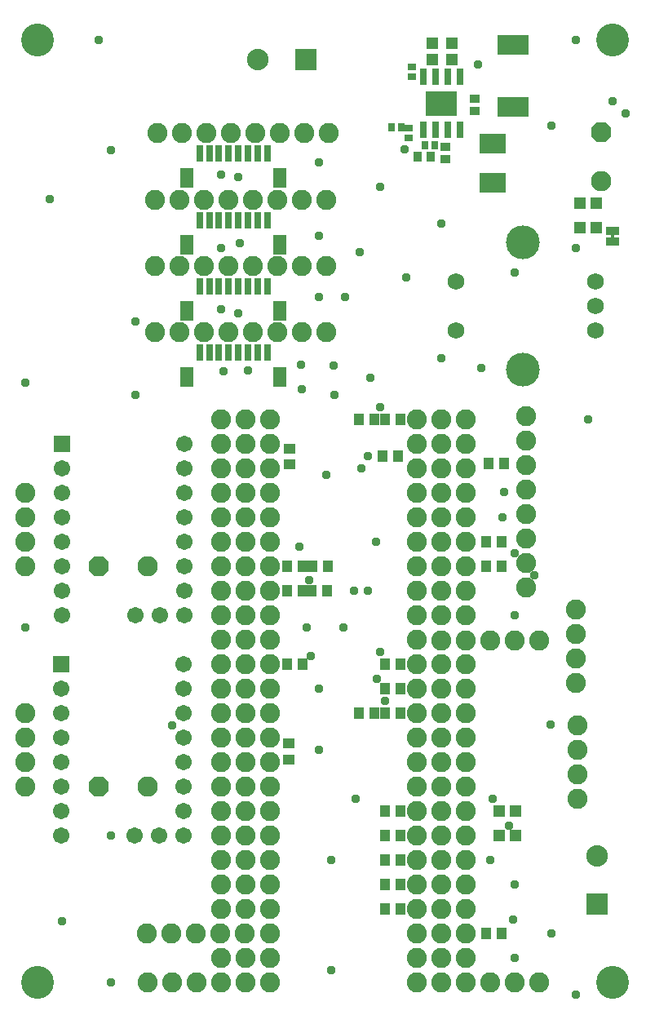
<source format=gbr>
G04 EAGLE Gerber RS-274X export*
G75*
%MOMM*%
%FSLAX34Y34*%
%LPD*%
%INSoldermask Top*%
%IPPOS*%
%AMOC8*
5,1,8,0,0,1.08239X$1,22.5*%
G01*
G04 Define Apertures*
%ADD10C,3.403600*%
%ADD11C,2.108200*%
%ADD12P,2.28189X8X202.5*%
%ADD13R,1.303200X1.203200*%
%ADD14C,1.711200*%
%ADD15R,1.711200X1.711200*%
%ADD16C,2.082800*%
%ADD17R,2.235200X2.235200*%
%ADD18C,2.235200*%
%ADD19R,1.001900X1.177100*%
%ADD20R,1.177100X1.001900*%
%ADD21C,1.727200*%
%ADD22C,3.505200*%
%ADD23R,0.803200X1.753200*%
%ADD24R,1.403200X2.003200*%
%ADD25R,0.736600X1.663700*%
%ADD26R,3.303200X2.603200*%
%ADD27R,1.203200X1.303200*%
%ADD28R,0.847200X0.738300*%
%ADD29R,3.332400X2.002600*%
%ADD30R,0.903200X1.103200*%
%ADD31R,1.103200X0.903200*%
%ADD32R,0.738300X0.847200*%
%ADD33R,2.702559X2.103119*%
%ADD34P,2.28189X8X112.5*%
%ADD35R,1.473200X0.863600*%
%ADD36C,0.959600*%
G36*
X277495Y815340D02*
X281305Y815340D01*
X281305Y810260D01*
X277495Y810260D01*
X277495Y815340D01*
G37*
D10*
X-317500Y38100D03*
X279400Y38100D03*
X-317500Y1016000D03*
X279400Y1016000D03*
D11*
X-203200Y469900D03*
D12*
X-254000Y469900D03*
D11*
X-203200Y241300D03*
D12*
X-254000Y241300D03*
D13*
X161410Y190500D03*
X178410Y190500D03*
D14*
X-165909Y368604D03*
X-165909Y343204D03*
X-165909Y317804D03*
X-165909Y292404D03*
X-165909Y267004D03*
X-165909Y241604D03*
X-165909Y216204D03*
X-165909Y190804D03*
D15*
X-292909Y368604D03*
D14*
X-292909Y343204D03*
X-292909Y317804D03*
X-292909Y292404D03*
X-292909Y267004D03*
X-292909Y241604D03*
X-292909Y216204D03*
X-292909Y190804D03*
X-191309Y190804D03*
X-216709Y190804D03*
X-165100Y596900D03*
X-165100Y571500D03*
X-165100Y546100D03*
X-165100Y520700D03*
X-165100Y495300D03*
X-165100Y469900D03*
X-165100Y444500D03*
X-165100Y419100D03*
D15*
X-292100Y596900D03*
D14*
X-292100Y571500D03*
X-292100Y546100D03*
X-292100Y520700D03*
X-292100Y495300D03*
X-292100Y469900D03*
X-292100Y444500D03*
X-292100Y419100D03*
X-190500Y419100D03*
X-215900Y419100D03*
D16*
X-127000Y622300D03*
X-101600Y622300D03*
X-127000Y596900D03*
X-101600Y596900D03*
X-127000Y571500D03*
X-101600Y571500D03*
X-127000Y546100D03*
X-101600Y546100D03*
X-127000Y520700D03*
X-101600Y520700D03*
X-127000Y495300D03*
X-101600Y495300D03*
X-127000Y469900D03*
X-101600Y469900D03*
X-127000Y444500D03*
X-101600Y444500D03*
X-127000Y419100D03*
X-101600Y419100D03*
X-127000Y393700D03*
X-101600Y393700D03*
X127000Y419100D03*
X101600Y419100D03*
X127000Y444500D03*
X101600Y444500D03*
X127000Y469900D03*
X101600Y469900D03*
X127000Y495300D03*
X101600Y495300D03*
X127000Y520700D03*
X101600Y520700D03*
X127000Y546100D03*
X101600Y546100D03*
X127000Y571500D03*
X101600Y571500D03*
X127000Y596900D03*
X101600Y596900D03*
X127000Y622300D03*
X101600Y622300D03*
X-203200Y38100D03*
X-177800Y38100D03*
X-152400Y38100D03*
X-127000Y38100D03*
X-101600Y38100D03*
D17*
X-39370Y995720D03*
D18*
X-89370Y995720D03*
D16*
X189811Y625818D03*
X189811Y600418D03*
X189811Y575018D03*
X189811Y549618D03*
X189811Y524218D03*
X189811Y498818D03*
X189811Y473418D03*
X189811Y448018D03*
X101600Y393192D03*
X127000Y393192D03*
X152400Y393192D03*
X177800Y393192D03*
X203200Y393192D03*
X101600Y38608D03*
X127000Y38608D03*
X152400Y38608D03*
X177800Y38608D03*
X203200Y38608D03*
D17*
X262890Y119380D03*
D18*
X262890Y169380D03*
D16*
X-203997Y88900D03*
X-178597Y88900D03*
X-153197Y88900D03*
X-127797Y88900D03*
X-102397Y88900D03*
X-330200Y317500D03*
X-330200Y292100D03*
X-330200Y266700D03*
X-330200Y241300D03*
X-330200Y546100D03*
X-330200Y520700D03*
X-330200Y495300D03*
X-330200Y469900D03*
X127000Y63500D03*
X127000Y88900D03*
X127000Y114300D03*
X127000Y139700D03*
X127000Y165100D03*
X127000Y190500D03*
X127000Y215900D03*
X127000Y241300D03*
X127000Y266700D03*
X127000Y292100D03*
X127000Y317500D03*
X127000Y342900D03*
X127000Y368300D03*
X101600Y368300D03*
X101600Y342900D03*
X101600Y317500D03*
X101600Y292100D03*
X101600Y266700D03*
X101600Y241300D03*
X101600Y215900D03*
X101600Y190500D03*
X101600Y165100D03*
X101600Y139700D03*
X101600Y114300D03*
X101600Y88900D03*
X101600Y63500D03*
X-127000Y368300D03*
X-101600Y368300D03*
X-127000Y342900D03*
X-101600Y342900D03*
X-127000Y317500D03*
X-101600Y317500D03*
X-127000Y292100D03*
X-101600Y292100D03*
X-127000Y266700D03*
X-101600Y266700D03*
X-127000Y241300D03*
X-101600Y241300D03*
X-127000Y215900D03*
X-101600Y215900D03*
X-127000Y190500D03*
X-101600Y190500D03*
X-127000Y165100D03*
X-101600Y165100D03*
X-127000Y139700D03*
X-101600Y139700D03*
D19*
X58952Y215900D03*
X42648Y215900D03*
X58952Y190500D03*
X42648Y190500D03*
X58952Y139700D03*
X42648Y139700D03*
D20*
X-57150Y269978D03*
X-57150Y286282D03*
X-56432Y592352D03*
X-56432Y576048D03*
D21*
X261420Y740692D03*
X116640Y766092D03*
D22*
X186490Y806732D03*
X186490Y674652D03*
D21*
X116640Y715292D03*
X261420Y766092D03*
X261420Y715292D03*
D16*
X-76200Y368300D03*
X-76200Y342900D03*
X-76200Y317500D03*
X-76200Y292100D03*
X-76200Y266700D03*
X-76200Y241300D03*
X-76200Y215900D03*
X-76200Y190500D03*
X-76200Y165100D03*
X-76200Y139700D03*
X-76200Y114300D03*
X-76200Y88900D03*
X-76200Y63500D03*
X-76200Y38100D03*
X76200Y368300D03*
X76200Y342900D03*
X76200Y317500D03*
X76200Y292100D03*
X76200Y266700D03*
X76200Y241300D03*
X76200Y215900D03*
X76200Y190500D03*
X76200Y165100D03*
X76200Y139700D03*
X76200Y114300D03*
X76200Y88900D03*
X76200Y63500D03*
X76200Y38100D03*
X76200Y419100D03*
X76200Y444500D03*
X76200Y469900D03*
X76200Y495300D03*
X76200Y520700D03*
X76200Y546100D03*
X76200Y571500D03*
X76200Y596900D03*
X76200Y622300D03*
X-76200Y622300D03*
X-76200Y596900D03*
X-76200Y571500D03*
X-76200Y546100D03*
X-76200Y520700D03*
X-76200Y495300D03*
X-76200Y469900D03*
X-76200Y444500D03*
X-76200Y419100D03*
X-76200Y393700D03*
X76200Y393700D03*
D23*
X-79300Y898900D03*
X-89300Y898900D03*
X-99300Y898900D03*
X-109300Y898900D03*
X-119300Y898900D03*
X-129300Y898900D03*
X-139300Y898900D03*
X-149300Y898900D03*
D24*
X-162300Y873650D03*
X-66300Y873650D03*
D23*
X-79300Y829230D03*
X-89300Y829230D03*
X-99300Y829230D03*
X-109300Y829230D03*
X-119300Y829230D03*
X-129300Y829230D03*
X-139300Y829230D03*
X-149300Y829230D03*
D24*
X-162300Y803980D03*
X-66300Y803980D03*
D23*
X-79300Y760470D03*
X-89300Y760470D03*
X-99300Y760470D03*
X-109300Y760470D03*
X-119300Y760470D03*
X-129300Y760470D03*
X-139300Y760470D03*
X-149300Y760470D03*
D24*
X-162300Y735220D03*
X-66300Y735220D03*
D23*
X-79300Y691890D03*
X-89300Y691890D03*
X-99300Y691890D03*
X-109300Y691890D03*
X-119300Y691890D03*
X-129300Y691890D03*
X-139300Y691890D03*
X-149300Y691890D03*
D24*
X-162300Y666640D03*
X-66300Y666640D03*
D13*
X161410Y215900D03*
X178410Y215900D03*
D19*
X42648Y368300D03*
X58952Y368300D03*
X42648Y342900D03*
X58952Y342900D03*
X-42648Y368300D03*
X-58952Y368300D03*
X-42648Y469900D03*
X-58952Y469900D03*
X42648Y317500D03*
X58952Y317500D03*
X-42648Y444500D03*
X-58952Y444500D03*
X42648Y622300D03*
X58952Y622300D03*
X58952Y165100D03*
X42648Y165100D03*
D16*
X-127000Y63500D03*
X-101600Y63500D03*
X-127000Y114300D03*
X-101600Y114300D03*
D19*
X148058Y88900D03*
X164362Y88900D03*
X164362Y469900D03*
X148058Y469900D03*
X164362Y495300D03*
X148058Y495300D03*
X166902Y576580D03*
X150598Y576580D03*
X-15978Y469900D03*
X-32282Y469900D03*
X-16833Y444500D03*
X-33137Y444500D03*
X15978Y317500D03*
X32282Y317500D03*
X40387Y584479D03*
X56691Y584479D03*
X15978Y622300D03*
X32282Y622300D03*
D25*
X120650Y977864D03*
X107950Y977864D03*
X95250Y977864D03*
X82550Y977864D03*
X82550Y923382D03*
X95250Y923382D03*
X107950Y923382D03*
X120650Y923382D03*
D26*
X101600Y950623D03*
D27*
X91745Y996070D03*
X91745Y1013070D03*
X112175Y995890D03*
X112175Y1012890D03*
D28*
X71120Y988055D03*
X71120Y977905D03*
D29*
X175558Y946755D03*
X175558Y1011585D03*
D30*
X77320Y895021D03*
X90320Y895021D03*
D31*
X105410Y905660D03*
X105410Y892660D03*
D32*
X84321Y907525D03*
X94471Y907525D03*
D28*
X67310Y914405D03*
X67310Y924555D03*
D32*
X59685Y925625D03*
X49535Y925625D03*
D33*
X154843Y908842D03*
X154843Y867846D03*
D31*
X135890Y955780D03*
X135890Y942780D03*
D13*
X262500Y821690D03*
X245500Y821690D03*
X262500Y847090D03*
X245500Y847090D03*
D11*
X267135Y869950D03*
D34*
X267135Y920750D03*
D35*
X279400Y807593D03*
X279400Y818007D03*
D19*
X58952Y114300D03*
X42648Y114300D03*
D16*
X242570Y228600D03*
X242570Y254000D03*
X242570Y279400D03*
X242570Y304800D03*
X241300Y349250D03*
X241300Y374650D03*
X241300Y400050D03*
X241300Y425450D03*
X-193548Y920112D03*
X-168148Y920112D03*
X-142748Y920112D03*
X-117348Y920112D03*
X-91948Y920112D03*
X-66548Y920112D03*
X-41148Y920112D03*
X-15748Y920112D03*
X-195580Y850442D03*
X-170180Y850442D03*
X-144780Y850442D03*
X-119380Y850442D03*
X-93980Y850442D03*
X-68580Y850442D03*
X-43180Y850442D03*
X-17780Y850442D03*
X-195580Y781518D03*
X-170180Y781518D03*
X-144780Y781518D03*
X-119380Y781518D03*
X-93980Y781518D03*
X-68580Y781518D03*
X-43180Y781518D03*
X-17780Y781518D03*
X-195580Y713102D03*
X-170180Y713102D03*
X-144780Y713102D03*
X-119380Y713102D03*
X-93980Y713102D03*
X-68580Y713102D03*
X-43180Y713102D03*
X-17780Y713102D03*
D36*
X-304800Y850900D03*
X-241300Y901700D03*
X-215900Y723900D03*
X177800Y774700D03*
X101600Y685800D03*
X-17780Y565150D03*
X-330200Y406400D03*
X-292100Y101600D03*
X-241300Y190500D03*
X12700Y228600D03*
X-12700Y165100D03*
X-25400Y279400D03*
X-25400Y342900D03*
X215900Y88900D03*
X241300Y25400D03*
X-12700Y50800D03*
X-215900Y647700D03*
X38100Y863600D03*
X-177800Y304800D03*
X-330200Y660400D03*
X-241300Y38100D03*
X-38100Y406400D03*
X254000Y622300D03*
X0Y406400D03*
X33349Y495300D03*
X241300Y800100D03*
X63500Y902970D03*
X293142Y939800D03*
X241300Y1016000D03*
X-254000Y1016000D03*
X215900Y927100D03*
X139700Y990600D03*
X279400Y952500D03*
X101600Y825500D03*
X177800Y63500D03*
X142989Y676389D03*
X18570Y571500D03*
X197906Y460718D03*
X177800Y419100D03*
X152400Y165100D03*
X177800Y139700D03*
X-127000Y736600D03*
X-127000Y800100D03*
X-127000Y876300D03*
X-109220Y873760D03*
X-107950Y805180D03*
X-109220Y732790D03*
X-25400Y889000D03*
X-25400Y812800D03*
X16510Y796290D03*
X1270Y749300D03*
X-25400Y749300D03*
X-44450Y679450D03*
X-10160Y678180D03*
X27940Y665480D03*
X64770Y769620D03*
X-124638Y672922D03*
X-9600Y647878D03*
X25400Y444500D03*
X25400Y584200D03*
X-34024Y376924D03*
X34290Y353060D03*
X38100Y381000D03*
X-99300Y673100D03*
X-45720Y490220D03*
X-42926Y654050D03*
X42648Y330200D03*
X10755Y444500D03*
X-35497Y455867D03*
X38100Y635000D03*
X171450Y200806D03*
X154940Y228600D03*
X215085Y305615D03*
X175959Y103442D03*
X177871Y483614D03*
X165100Y520700D03*
X166902Y547127D03*
M02*

</source>
